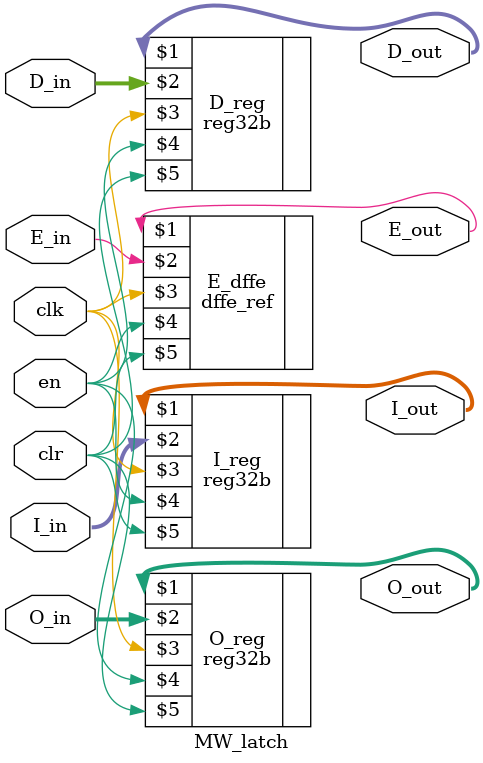
<source format=v>
module MW_latch(O_out, D_out, I_out, E_out,
                O_in, D_in, I_in, E_in,
                clk, en, clr);

    input [31:0] O_in, D_in, I_in;
    input E_in, clk, en, clr;

    output [31:0] O_out, D_out, I_out;
    output E_out;

    // 32-bit register for ALU output
    reg32b O_reg(O_out, O_in, clk, en, clr);

    // 32-bit register for memory data
    reg32b D_reg(D_out, D_in, clk, en, clr);

    // 32-bit register for current instruction
    reg32b I_reg(I_out, I_in, clk, en, clr);

    // dffe for exception info
    dffe_ref E_dffe(E_out, E_in, clk, en, clr);

endmodule


</source>
